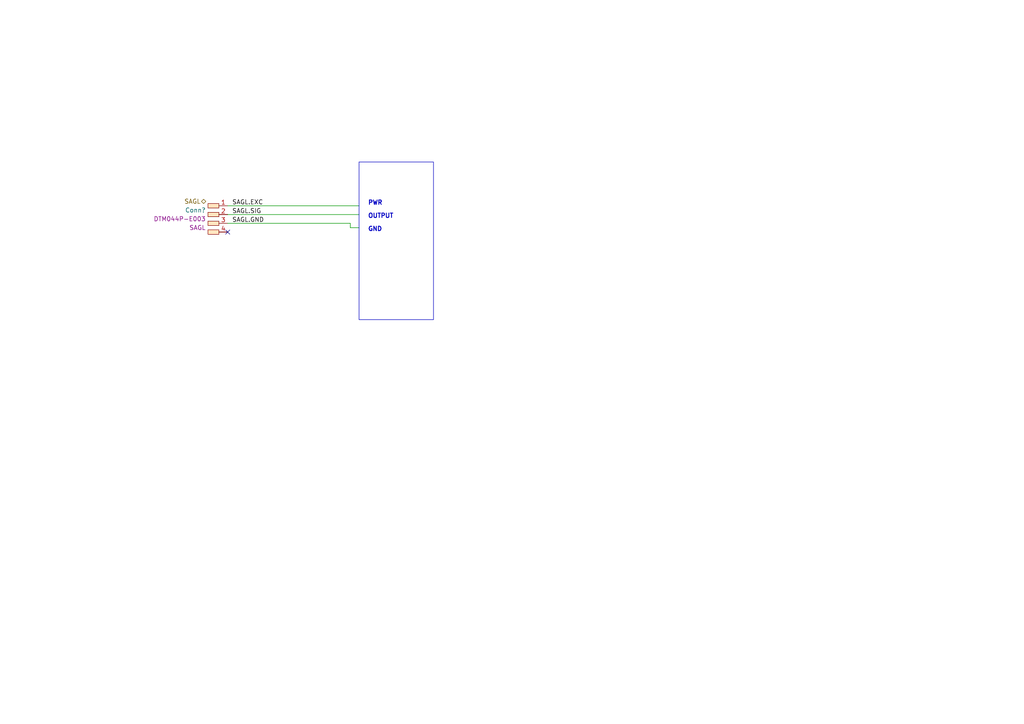
<source format=kicad_sch>
(kicad_sch
	(version 20231120)
	(generator "eeschema")
	(generator_version "8.0")
	(uuid "1b29d980-b94f-4c73-8c65-ad6da1dc75ed")
	(paper "A4")
	(title_block
		(title "DEVICE - SAGL")
	)
	(lib_symbols
		(symbol "Connectors_SUFST:Deutsch_DTM_4P_Pin"
			(exclude_from_sim no)
			(in_bom yes)
			(on_board yes)
			(property "Reference" "Conn"
				(at 0 -1.905 0)
				(effects
					(font
						(size 1.27 1.27)
					)
				)
			)
			(property "Value" "Deutsch_DTM_4P_Pin"
				(at 0 0 0)
				(effects
					(font
						(size 1.27 1.27)
					)
					(hide yes)
				)
			)
			(property "Footprint" ""
				(at 0 0 0)
				(effects
					(font
						(size 1.27 1.27)
					)
					(hide yes)
				)
			)
			(property "Datasheet" ""
				(at 0 0 0)
				(effects
					(font
						(size 1.27 1.27)
					)
					(hide yes)
				)
			)
			(property "Description" ""
				(at 0 0 0)
				(effects
					(font
						(size 1.27 1.27)
					)
					(hide yes)
				)
			)
			(property "P/N" "DTM044P-E003"
				(at 0 0 0)
				(effects
					(font
						(size 1.27 1.27)
					)
				)
			)
			(symbol "Deutsch_DTM_4P_Pin_0_1"
				(polyline
					(pts
						(xy -0.635 -9.525) (xy 1.905 -9.525)
					)
					(stroke
						(width 0)
						(type default)
					)
					(fill
						(type none)
					)
				)
				(polyline
					(pts
						(xy -0.635 -4.445) (xy 1.905 -4.445)
					)
					(stroke
						(width 0)
						(type default)
					)
					(fill
						(type none)
					)
				)
			)
			(symbol "Deutsch_DTM_4P_Pin_1_1"
				(rectangle
					(start -3.81 -11.43)
					(end -0.635 -12.7)
					(stroke
						(width 0)
						(type default)
					)
					(fill
						(type color)
						(color 255 229 191 1)
					)
				)
				(rectangle
					(start -3.81 -8.89)
					(end -0.635 -10.16)
					(stroke
						(width 0)
						(type default)
					)
					(fill
						(type color)
						(color 255 229 191 1)
					)
				)
				(rectangle
					(start -3.81 -6.35)
					(end -0.635 -7.62)
					(stroke
						(width 0)
						(type default)
					)
					(fill
						(type color)
						(color 255 229 191 1)
					)
				)
				(rectangle
					(start -3.81 -3.81)
					(end -0.635 -5.08)
					(stroke
						(width 0)
						(type default)
					)
					(fill
						(type color)
						(color 255 229 191 1)
					)
				)
				(pin input line
					(at 1.905 -12.065 180)
					(length 2.54)
					(name ""
						(effects
							(font
								(size 1.27 1.27)
							)
						)
					)
					(number "1"
						(effects
							(font
								(size 1.27 1.27)
							)
						)
					)
				)
				(pin input line
					(at 1.905 -9.525 180)
					(length 2.54)
					(name ""
						(effects
							(font
								(size 1.27 1.27)
							)
						)
					)
					(number "2"
						(effects
							(font
								(size 1.27 1.27)
							)
						)
					)
				)
				(pin input line
					(at 1.905 -6.985 180)
					(length 2.54)
					(name ""
						(effects
							(font
								(size 1.27 1.27)
							)
						)
					)
					(number "3"
						(effects
							(font
								(size 1.27 1.27)
							)
						)
					)
				)
				(pin input line
					(at 1.905 -4.445 180)
					(length 2.54)
					(name ""
						(effects
							(font
								(size 1.27 1.27)
							)
						)
					)
					(number "4"
						(effects
							(font
								(size 1.27 1.27)
							)
						)
					)
				)
			)
		)
	)
	(no_connect
		(at 66.04 67.31)
		(uuid "b9b7544f-cdba-4d56-acf0-93b757038d12")
	)
	(wire
		(pts
			(xy 66.04 59.69) (xy 104.14 59.69)
		)
		(stroke
			(width 0)
			(type default)
		)
		(uuid "09dff624-d502-4bc4-81a8-6a22026549c5")
	)
	(wire
		(pts
			(xy 66.04 62.23) (xy 104.14 62.23)
		)
		(stroke
			(width 0)
			(type default)
		)
		(uuid "61f01f21-4ce2-4ec3-b539-ed0cb65e240e")
	)
	(wire
		(pts
			(xy 101.6 66.04) (xy 104.14 66.04)
		)
		(stroke
			(width 0)
			(type default)
		)
		(uuid "73e8f50d-eae2-4a7a-b897-da94f69d5ffa")
	)
	(wire
		(pts
			(xy 66.04 64.77) (xy 101.6 64.77)
		)
		(stroke
			(width 0)
			(type default)
		)
		(uuid "75ad5bce-f8dd-482b-b4f4-7032d867c613")
	)
	(wire
		(pts
			(xy 101.6 64.77) (xy 101.6 66.04)
		)
		(stroke
			(width 0)
			(type default)
		)
		(uuid "860c6971-4fb8-4036-b24f-1600d60de187")
	)
	(rectangle
		(start 104.14 92.71)
		(end 125.73 46.99)
		(stroke
			(width 0)
			(type default)
		)
		(fill
			(type none)
		)
		(uuid 7ee299e6-6810-484f-be8c-61add854b185)
	)
	(text "GND"
		(exclude_from_sim no)
		(at 106.68 67.31 0)
		(effects
			(font
				(size 1.27 1.27)
				(bold yes)
			)
			(justify left bottom)
		)
		(uuid "57f6edf6-746f-4c80-9650-109d768e3235")
	)
	(text "OUTPUT"
		(exclude_from_sim no)
		(at 106.68 63.5 0)
		(effects
			(font
				(size 1.27 1.27)
				(bold yes)
			)
			(justify left bottom)
		)
		(uuid "88efbaa1-ed9a-407d-9966-7ff47d8adeb8")
	)
	(text "PWR"
		(exclude_from_sim no)
		(at 106.68 59.69 0)
		(effects
			(font
				(size 1.27 1.27)
				(bold yes)
			)
			(justify left bottom)
		)
		(uuid "9ae6c1af-b2a4-4b45-becb-7755e36af03f")
	)
	(label "SAGL.GND"
		(at 67.31 64.77 0)
		(fields_autoplaced yes)
		(effects
			(font
				(size 1.27 1.27)
			)
			(justify left bottom)
		)
		(uuid "0d18bdcc-0fbc-4ae1-96e4-2ea10a590fd7")
	)
	(label "SAGL.EXC"
		(at 67.31 59.69 0)
		(fields_autoplaced yes)
		(effects
			(font
				(size 1.27 1.27)
			)
			(justify left bottom)
		)
		(uuid "2530414c-320a-4fc5-b773-043546925132")
	)
	(label "SAGL.SIG"
		(at 67.31 62.23 0)
		(fields_autoplaced yes)
		(effects
			(font
				(size 1.27 1.27)
			)
			(justify left bottom)
		)
		(uuid "9d6a6262-0006-4bad-9229-1031676a6d6e")
	)
	(hierarchical_label "SAGL"
		(shape bidirectional)
		(at 59.69 58.42 180)
		(fields_autoplaced yes)
		(effects
			(font
				(size 1.27 1.27)
			)
			(justify right)
		)
		(uuid "1382535a-c712-4433-a979-b3b92c88e4ec")
	)
	(symbol
		(lib_id "Connectors_SUFST:Deutsch_DTM_4P_Pin")
		(at 64.135 71.755 0)
		(mirror x)
		(unit 1)
		(exclude_from_sim no)
		(in_bom yes)
		(on_board yes)
		(dnp no)
		(fields_autoplaced yes)
		(uuid "c0d87a0b-9a13-4bd3-8acf-35df07062e9b")
		(property "Reference" "Conn?"
			(at 59.69 60.96 0)
			(effects
				(font
					(size 1.27 1.27)
				)
				(justify right)
			)
		)
		(property "Value" "Deutsch_DTM_4S_Pin"
			(at 64.135 74.295 0)
			(effects
				(font
					(size 1.27 1.27)
				)
				(hide yes)
			)
		)
		(property "Footprint" ""
			(at 64.135 71.755 0)
			(effects
				(font
					(size 1.27 1.27)
				)
				(hide yes)
			)
		)
		(property "Datasheet" ""
			(at 64.135 71.755 0)
			(effects
				(font
					(size 1.27 1.27)
				)
				(hide yes)
			)
		)
		(property "Description" ""
			(at 64.135 71.755 0)
			(effects
				(font
					(size 1.27 1.27)
				)
				(hide yes)
			)
		)
		(property "P/N" "DTM044P-E003"
			(at 59.69 63.5 0)
			(effects
				(font
					(size 1.27 1.27)
				)
				(justify right)
			)
		)
		(property "Conn Name" "SAGL"
			(at 59.69 66.04 0)
			(effects
				(font
					(size 1.27 1.27)
				)
				(justify right)
			)
		)
		(pin "1"
			(uuid "f70d45b0-da6a-43c5-a151-07064ced5f27")
		)
		(pin "2"
			(uuid "33827464-a6db-4dc8-902c-adaeec455a7f")
		)
		(pin "3"
			(uuid "ef78d615-5df8-4da1-b671-1c1e3072d9f0")
		)
		(pin "4"
			(uuid "d32a9e79-b7c3-4990-8d66-67d11981b6e8")
		)
		(instances
			(project "StagX"
				(path "/03011643-0690-4b85-ab78-d6a62dae52b1/c83e0eda-d315-4937-8993-0c53aef1fcca"
					(reference "Conn?")
					(unit 1)
				)
			)
		)
	)
)

</source>
